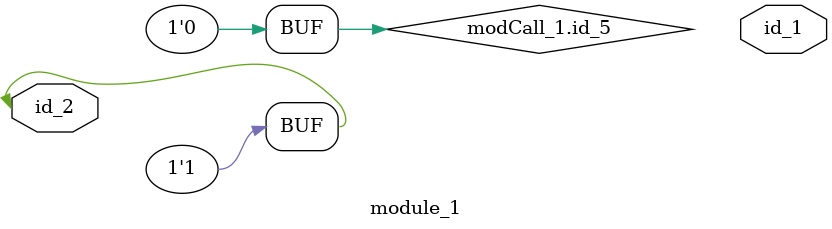
<source format=v>
module module_0 (
    id_1,
    id_2,
    id_3,
    id_4
);
  inout wire id_4;
  output wire id_3;
  output wire id_2;
  output wire id_1;
  tri id_5;
  assign id_5 = id_5;
  assign id_3 = 1'b0;
  assign id_1 = 1;
  assign id_1 = id_5;
endmodule
module module_1 (
    id_1,
    id_2
);
  inout wire id_2;
  output wire id_1;
  always @(posedge id_2) begin : LABEL_0
    id_2 <= id_2;
  end
  wire id_3;
  wire id_4;
  module_0 modCall_1 (
      id_3,
      id_3,
      id_4,
      id_3
  );
  assign modCall_1.id_5 = 0;
  assign id_2 = 1;
endmodule

</source>
